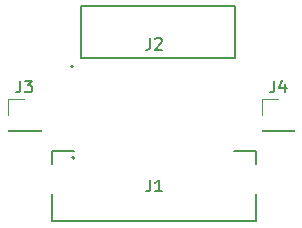
<source format=gbr>
%TF.GenerationSoftware,KiCad,Pcbnew,9.0.1*%
%TF.CreationDate,2025-05-28T15:57:22+02:00*%
%TF.ProjectId,fpc_connector_36pinOmnetics,6670635f-636f-46e6-9e65-63746f725f33,rev?*%
%TF.SameCoordinates,Original*%
%TF.FileFunction,Legend,Top*%
%TF.FilePolarity,Positive*%
%FSLAX46Y46*%
G04 Gerber Fmt 4.6, Leading zero omitted, Abs format (unit mm)*
G04 Created by KiCad (PCBNEW 9.0.1) date 2025-05-28 15:57:22*
%MOMM*%
%LPD*%
G01*
G04 APERTURE LIST*
%ADD10C,0.150000*%
%ADD11C,0.120000*%
%ADD12C,0.200000*%
%ADD13C,0.127000*%
G04 APERTURE END LIST*
D10*
X160166666Y-99674819D02*
X160166666Y-100389104D01*
X160166666Y-100389104D02*
X160119047Y-100531961D01*
X160119047Y-100531961D02*
X160023809Y-100627200D01*
X160023809Y-100627200D02*
X159880952Y-100674819D01*
X159880952Y-100674819D02*
X159785714Y-100674819D01*
X161071428Y-100008152D02*
X161071428Y-100674819D01*
X160833333Y-99627200D02*
X160595238Y-100341485D01*
X160595238Y-100341485D02*
X161214285Y-100341485D01*
X149666666Y-96054819D02*
X149666666Y-96769104D01*
X149666666Y-96769104D02*
X149619047Y-96911961D01*
X149619047Y-96911961D02*
X149523809Y-97007200D01*
X149523809Y-97007200D02*
X149380952Y-97054819D01*
X149380952Y-97054819D02*
X149285714Y-97054819D01*
X150095238Y-96150057D02*
X150142857Y-96102438D01*
X150142857Y-96102438D02*
X150238095Y-96054819D01*
X150238095Y-96054819D02*
X150476190Y-96054819D01*
X150476190Y-96054819D02*
X150571428Y-96102438D01*
X150571428Y-96102438D02*
X150619047Y-96150057D01*
X150619047Y-96150057D02*
X150666666Y-96245295D01*
X150666666Y-96245295D02*
X150666666Y-96340533D01*
X150666666Y-96340533D02*
X150619047Y-96483390D01*
X150619047Y-96483390D02*
X150047619Y-97054819D01*
X150047619Y-97054819D02*
X150666666Y-97054819D01*
X138666666Y-99674819D02*
X138666666Y-100389104D01*
X138666666Y-100389104D02*
X138619047Y-100531961D01*
X138619047Y-100531961D02*
X138523809Y-100627200D01*
X138523809Y-100627200D02*
X138380952Y-100674819D01*
X138380952Y-100674819D02*
X138285714Y-100674819D01*
X139047619Y-99674819D02*
X139666666Y-99674819D01*
X139666666Y-99674819D02*
X139333333Y-100055771D01*
X139333333Y-100055771D02*
X139476190Y-100055771D01*
X139476190Y-100055771D02*
X139571428Y-100103390D01*
X139571428Y-100103390D02*
X139619047Y-100151009D01*
X139619047Y-100151009D02*
X139666666Y-100246247D01*
X139666666Y-100246247D02*
X139666666Y-100484342D01*
X139666666Y-100484342D02*
X139619047Y-100579580D01*
X139619047Y-100579580D02*
X139571428Y-100627200D01*
X139571428Y-100627200D02*
X139476190Y-100674819D01*
X139476190Y-100674819D02*
X139190476Y-100674819D01*
X139190476Y-100674819D02*
X139095238Y-100627200D01*
X139095238Y-100627200D02*
X139047619Y-100579580D01*
X149666666Y-108054819D02*
X149666666Y-108769104D01*
X149666666Y-108769104D02*
X149619047Y-108911961D01*
X149619047Y-108911961D02*
X149523809Y-109007200D01*
X149523809Y-109007200D02*
X149380952Y-109054819D01*
X149380952Y-109054819D02*
X149285714Y-109054819D01*
X150666666Y-109054819D02*
X150095238Y-109054819D01*
X150380952Y-109054819D02*
X150380952Y-108054819D01*
X150380952Y-108054819D02*
X150285714Y-108197676D01*
X150285714Y-108197676D02*
X150190476Y-108292914D01*
X150190476Y-108292914D02*
X150095238Y-108340533D01*
D11*
%TO.C,J4*%
X161880000Y-103870000D02*
X161880000Y-103980000D01*
X159120000Y-103980000D02*
X161880000Y-103980000D01*
X159120000Y-103870000D02*
X161880000Y-103870000D01*
X159120000Y-103870000D02*
X159120000Y-103980000D01*
X159120000Y-102600000D02*
X159120000Y-101220000D01*
X159120000Y-101220000D02*
X160500000Y-101220000D01*
D12*
%TO.C,J2*%
X143157250Y-98492200D02*
G75*
G02*
X142957250Y-98492200I-100000J0D01*
G01*
X142957250Y-98492200D02*
G75*
G02*
X143157250Y-98492200I100000J0D01*
G01*
D13*
X143786750Y-93386900D02*
X156867750Y-93386900D01*
X143786750Y-97781100D02*
X143786750Y-93386900D01*
X156867750Y-93386900D02*
X156867750Y-97781100D01*
X156867750Y-97781100D02*
X143786750Y-97781100D01*
D11*
%TO.C,J3*%
X137620000Y-101220000D02*
X139000000Y-101220000D01*
X137620000Y-102600000D02*
X137620000Y-101220000D01*
X137620000Y-103870000D02*
X137620000Y-103980000D01*
X137620000Y-103870000D02*
X140380000Y-103870000D01*
X137620000Y-103980000D02*
X140380000Y-103980000D01*
X140380000Y-103870000D02*
X140380000Y-103980000D01*
D12*
%TO.C,J1*%
X141350000Y-105600000D02*
X141350000Y-106750000D01*
X141350000Y-109300000D02*
X141350000Y-111600000D01*
X141350000Y-111600000D02*
X158650000Y-111600000D01*
X143250000Y-105600000D02*
X141350000Y-105600000D01*
X156750000Y-105600000D02*
X158650000Y-105600000D01*
X158650000Y-105600000D02*
X158650000Y-106750000D01*
X158650000Y-111600000D02*
X158650000Y-109300000D01*
X143250000Y-106200000D02*
G75*
G02*
X143050000Y-106200000I-100000J0D01*
G01*
X143050000Y-106200000D02*
G75*
G02*
X143250000Y-106200000I100000J0D01*
G01*
%TD*%
M02*

</source>
